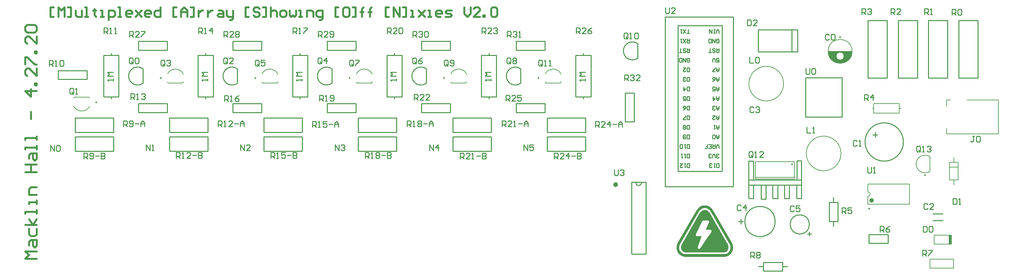
<source format=gto>
G04 Layer_Color=15132400*
%FSLAX25Y25*%
%MOIN*%
G70*
G01*
G75*
%ADD10C,0.01969*%
%ADD47C,0.01000*%
%ADD48C,0.00787*%
%ADD49C,0.02953*%
%ADD50C,0.00984*%
%ADD51C,0.02362*%
%ADD52C,0.00800*%
%ADD53R,0.02622X0.09291*%
G36*
X763402Y754820D02*
X764058Y754711D01*
X764824Y754547D01*
X765589Y754328D01*
X766464Y754055D01*
X767284Y753617D01*
X767394Y753563D01*
X767667Y753399D01*
X768050Y753125D01*
X768542Y752688D01*
X769089Y752196D01*
X769690Y751594D01*
X770237Y750883D01*
X770784Y750063D01*
X790687Y715615D01*
X790742Y715506D01*
X790906Y715232D01*
X791125Y714740D01*
X791344Y714139D01*
X791562Y713428D01*
X791781Y712607D01*
X791945Y711733D01*
X792000Y710803D01*
Y710694D01*
Y710366D01*
X791945Y709873D01*
X791836Y709272D01*
X791672Y708506D01*
X791453Y707741D01*
X791125Y706866D01*
X790687Y705991D01*
X790633Y705882D01*
X790469Y705608D01*
X790141Y705226D01*
X789758Y704679D01*
X789266Y704132D01*
X788664Y703531D01*
X787953Y702929D01*
X787188Y702437D01*
X787079Y702382D01*
X786805Y702218D01*
X786368Y702054D01*
X785766Y701835D01*
X785055Y701562D01*
X784235Y701398D01*
X783360Y701234D01*
X782376Y701179D01*
X742132D01*
X741639Y701234D01*
X740983Y701343D01*
X740218Y701507D01*
X739452Y701726D01*
X738577Y702000D01*
X737757Y702437D01*
X737648Y702492D01*
X737374Y702656D01*
X736992Y702984D01*
X736500Y703367D01*
X735953Y703859D01*
X735351Y704460D01*
X734804Y705171D01*
X734258Y705991D01*
X734203Y706101D01*
X734039Y706374D01*
X733875Y706866D01*
X733656Y707468D01*
X733383Y708178D01*
X733219Y708999D01*
X733055Y709873D01*
X733000Y710803D01*
Y710858D01*
Y710912D01*
Y711240D01*
X733055Y711733D01*
X733164Y712334D01*
X733328Y713100D01*
X733547Y713920D01*
X733820Y714740D01*
X734258Y715615D01*
X754161Y750063D01*
X754216Y750173D01*
X754380Y750446D01*
X754708Y750883D01*
X755091Y751376D01*
X755583Y751922D01*
X756184Y752524D01*
X756895Y753125D01*
X757661Y753617D01*
X757770Y753672D01*
X758043Y753836D01*
X758481Y754000D01*
X759082Y754274D01*
X759793Y754492D01*
X760613Y754656D01*
X761488Y754820D01*
X762472Y754875D01*
X762910D01*
X763402Y754820D01*
D02*
G37*
G36*
X915500Y911500D02*
X913000Y907500D01*
X909000Y904000D01*
X903500Y903000D01*
X898000Y904000D01*
X893500Y908000D01*
X891500Y912000D01*
X891000Y915500D01*
X903000D01*
X900500Y913500D01*
X899000Y911000D01*
X900000Y908500D01*
X902000Y906500D01*
X905500D01*
X907500Y909000D01*
Y912000D01*
X906000Y914000D01*
X903000Y915500D01*
X916000D01*
X915500Y911500D01*
D02*
G37*
%LPC*%
G36*
X762472Y752086D02*
X762144D01*
X761816Y752032D01*
X761324Y751977D01*
X760832Y751868D01*
X760231Y751704D01*
X759629Y751485D01*
X759028Y751212D01*
X758973Y751157D01*
X758754Y751048D01*
X758481Y750829D01*
X758153Y750555D01*
X757770Y750227D01*
X757333Y749790D01*
X756950Y749298D01*
X756567Y748696D01*
X736609Y714193D01*
X736554Y714139D01*
X736445Y713920D01*
X736336Y713592D01*
X736171Y713154D01*
X735953Y712607D01*
X735843Y712061D01*
X735734Y711405D01*
X735679Y710748D01*
Y710694D01*
Y710420D01*
X735734Y710092D01*
X735789Y709655D01*
X735898Y709108D01*
X736062Y708561D01*
X736281Y707905D01*
X736609Y707303D01*
X736664Y707249D01*
X736773Y707030D01*
X736992Y706757D01*
X737320Y706429D01*
X737648Y705991D01*
X738085Y705608D01*
X738577Y705226D01*
X739124Y704843D01*
X739179Y704788D01*
X739398Y704734D01*
X739726Y704569D01*
X740163Y704405D01*
X740655Y704241D01*
X741257Y704132D01*
X741913Y704023D01*
X742569Y703968D01*
X782704D01*
X783032Y704023D01*
X783524Y704077D01*
X784016Y704187D01*
X784618Y704351D01*
X785165Y704569D01*
X785766Y704843D01*
X785821Y704898D01*
X786040Y705007D01*
X786313Y705226D01*
X786696Y705499D01*
X787079Y705827D01*
X787516Y706265D01*
X787899Y706757D01*
X788281Y707303D01*
X788336Y707358D01*
X788446Y707577D01*
X788610Y707905D01*
X788774Y708342D01*
X788938Y708889D01*
X789102Y709436D01*
X789211Y710092D01*
X789266Y710748D01*
Y710858D01*
Y711076D01*
X789211Y711405D01*
X789156Y711842D01*
X789047Y712389D01*
X788883Y712990D01*
X788664Y713592D01*
X788336Y714193D01*
X768378Y748696D01*
X768323Y748751D01*
X768214Y748970D01*
X767995Y749243D01*
X767722Y749626D01*
X767339Y750009D01*
X766902Y750446D01*
X766409Y750829D01*
X765863Y751212D01*
X765808Y751266D01*
X765589Y751376D01*
X765261Y751485D01*
X764878Y751649D01*
X764386Y751813D01*
X763785Y751977D01*
X763129Y752032D01*
X762472Y752086D01*
D02*
G37*
%LPD*%
G36*
X763019Y750009D02*
X763566Y749954D01*
X764004Y749845D01*
X764441Y749735D01*
X764769Y749571D01*
X765042Y749462D01*
X765206Y749407D01*
X765261Y749352D01*
X765699Y749079D01*
X766136Y748751D01*
X766464Y748423D01*
X766792Y748095D01*
X767011Y747767D01*
X767175Y747548D01*
X767284Y747384D01*
X767339Y747329D01*
X776908Y730652D01*
X777674Y729340D01*
X778384Y728082D01*
X779095Y726879D01*
X779751Y725785D01*
X780353Y724692D01*
X780900Y723707D01*
X781447Y722778D01*
X781993Y721903D01*
X782431Y721083D01*
X782868Y720372D01*
X783634Y719005D01*
X784344Y717857D01*
X784891Y716873D01*
X785329Y716107D01*
X785711Y715451D01*
X785985Y714959D01*
X786204Y714576D01*
X786368Y714302D01*
X786477Y714139D01*
X786532Y714084D01*
Y714029D01*
X786805Y713537D01*
X786969Y713045D01*
X787133Y712553D01*
X787188Y712170D01*
X787243Y711787D01*
X787297Y711514D01*
Y711295D01*
Y711240D01*
X787243Y710694D01*
X787188Y710202D01*
X787079Y709709D01*
X786914Y709272D01*
X786750Y708889D01*
X786641Y708616D01*
X786586Y708452D01*
X786532Y708397D01*
X786204Y707960D01*
X785876Y707522D01*
X785547Y707139D01*
X785219Y706866D01*
X784891Y706647D01*
X784673Y706483D01*
X784509Y706374D01*
X784454Y706319D01*
X783962Y706101D01*
X783470Y705936D01*
X783032Y705772D01*
X782595Y705718D01*
X782212Y705663D01*
X781939Y705608D01*
X743280D01*
X742733Y705663D01*
X742186Y705718D01*
X741694Y705827D01*
X741311Y705991D01*
X740929Y706101D01*
X740655Y706210D01*
X740491Y706265D01*
X740437Y706319D01*
X739616Y706975D01*
X739233Y707303D01*
X738960Y707632D01*
X738741Y707960D01*
X738577Y708178D01*
X738468Y708342D01*
X738413Y708397D01*
X738140Y708889D01*
X737976Y709436D01*
X737812Y709873D01*
X737757Y710311D01*
X737703Y710694D01*
X737648Y710967D01*
Y711186D01*
Y711240D01*
X737703Y711787D01*
X737757Y712279D01*
X737866Y712772D01*
X738031Y713209D01*
X738195Y713537D01*
X738304Y713810D01*
X738359Y713974D01*
X738413Y714029D01*
X757606Y747329D01*
X757934Y747821D01*
X758262Y748204D01*
X758645Y748532D01*
X758973Y748860D01*
X759246Y749079D01*
X759465Y749243D01*
X759629Y749298D01*
X759684Y749352D01*
X760176Y749571D01*
X760668Y749790D01*
X761105Y749899D01*
X761543Y749954D01*
X761926Y750009D01*
X762199Y750063D01*
X762472D01*
X763019Y750009D01*
D02*
G37*
%LPC*%
G36*
X765808Y739073D02*
X760996D01*
X760668Y739018D01*
X760449Y738963D01*
X760067Y738690D01*
X759793Y738416D01*
X759738Y738362D01*
Y738307D01*
X753232Y724637D01*
X753122Y724418D01*
Y724145D01*
Y723762D01*
X753232Y723434D01*
X753286Y723379D01*
Y723325D01*
X753450Y723106D01*
X753669Y722942D01*
X754052Y722723D01*
X754380Y722614D01*
X759028D01*
X755255Y711350D01*
X755200Y710967D01*
Y710639D01*
X755255Y710420D01*
Y710311D01*
X755474Y710038D01*
X755692Y709819D01*
X755856Y709709D01*
X755911Y709655D01*
X756130Y709545D01*
X756348Y709491D01*
X756567D01*
X757059Y709600D01*
X757387Y709819D01*
X757606Y710038D01*
X757661Y710147D01*
X763566Y718677D01*
X764496Y719989D01*
X765261Y721192D01*
X765972Y722231D01*
X766628Y723161D01*
X767175Y723926D01*
X767667Y724637D01*
X768050Y725239D01*
X768378Y725731D01*
X768706Y726168D01*
X768925Y726496D01*
X769089Y726715D01*
X769198Y726934D01*
X769308Y727043D01*
X769362Y727152D01*
X769417Y727207D01*
X769526Y727480D01*
X769636Y727699D01*
Y728137D01*
X769526Y728465D01*
X769472Y728519D01*
Y728574D01*
X769308Y728847D01*
X769143Y729011D01*
X768706Y729230D01*
X768378Y729340D01*
X763347D01*
X766956Y737159D01*
X767011Y737432D01*
X767066Y737651D01*
X766956Y738088D01*
X766847Y738362D01*
X766792Y738471D01*
X766628Y738690D01*
X766464Y738799D01*
X766081Y739018D01*
X765808Y739073D01*
D02*
G37*
%LPD*%
D10*
X66000Y699000D02*
X54193D01*
X58128Y702936D01*
X54193Y706872D01*
X66000D01*
X58128Y712775D02*
Y716711D01*
X60096Y718679D01*
X66000D01*
Y712775D01*
X64032Y710807D01*
X62064Y712775D01*
Y718679D01*
X58128Y730486D02*
Y724582D01*
X60096Y722614D01*
X64032D01*
X66000Y724582D01*
Y730486D01*
Y734422D02*
X54193D01*
X62064D02*
X58128Y740325D01*
X62064Y734422D02*
X66000Y740325D01*
Y746229D02*
Y750165D01*
Y748197D01*
X54193D01*
Y746229D01*
X66000Y756068D02*
Y760004D01*
Y758036D01*
X58128D01*
Y756068D01*
X66000Y765907D02*
X58128D01*
Y771811D01*
X60096Y773779D01*
X66000D01*
X54193Y789522D02*
X66000D01*
X60096D01*
Y797393D01*
X54193D01*
X66000D01*
X58128Y803297D02*
Y807233D01*
X60096Y809201D01*
X66000D01*
Y803297D01*
X64032Y801329D01*
X62064Y803297D01*
Y809201D01*
X66000Y813136D02*
Y817072D01*
Y815104D01*
X54193D01*
Y813136D01*
X66000Y822976D02*
Y826911D01*
Y824944D01*
X54193D01*
Y822976D01*
X60096Y844622D02*
Y852494D01*
X66000Y874140D02*
X54193D01*
X60096Y868237D01*
Y876108D01*
X66000Y880044D02*
X64032D01*
Y882012D01*
X66000D01*
Y880044D01*
Y897755D02*
Y889883D01*
X58128Y897755D01*
X56161D01*
X54193Y895787D01*
Y891851D01*
X56161Y889883D01*
X54193Y901690D02*
Y909562D01*
X56161D01*
X64032Y901690D01*
X66000D01*
Y913498D02*
X64032D01*
Y915465D01*
X66000D01*
Y913498D01*
Y931208D02*
Y923337D01*
X58128Y931208D01*
X56161D01*
X54193Y929240D01*
Y925305D01*
X56161Y923337D01*
Y935144D02*
X54193Y937112D01*
Y941048D01*
X56161Y943015D01*
X64032D01*
X66000Y941048D01*
Y937112D01*
X64032Y935144D01*
X56161D01*
X83780Y951500D02*
X80500D01*
Y961339D01*
X83780D01*
X88700Y951500D02*
Y961339D01*
X91979Y958060D01*
X95259Y961339D01*
Y951500D01*
X98539D02*
X101819D01*
Y961339D01*
X98539D01*
X106738Y958060D02*
Y953140D01*
X108378Y951500D01*
X113298D01*
Y958060D01*
X116578Y951500D02*
X119857D01*
X118218D01*
Y961339D01*
X116578D01*
X126417Y959700D02*
Y958060D01*
X124777D01*
X128057D01*
X126417D01*
Y953140D01*
X128057Y951500D01*
X132976D02*
X136256D01*
X134616D01*
Y958060D01*
X132976D01*
X141176Y948220D02*
Y958060D01*
X146096D01*
X147736Y956420D01*
Y953140D01*
X146096Y951500D01*
X141176D01*
X151015D02*
X154295D01*
X152655D01*
Y961339D01*
X151015D01*
X164134Y951500D02*
X160855D01*
X159215Y953140D01*
Y956420D01*
X160855Y958060D01*
X164134D01*
X165774Y956420D01*
Y954780D01*
X159215D01*
X169054Y958060D02*
X175614Y951500D01*
X172334Y954780D01*
X175614Y958060D01*
X169054Y951500D01*
X183813D02*
X180533D01*
X178893Y953140D01*
Y956420D01*
X180533Y958060D01*
X183813D01*
X185453Y956420D01*
Y954780D01*
X178893D01*
X195292Y961339D02*
Y951500D01*
X190373D01*
X188733Y953140D01*
Y956420D01*
X190373Y958060D01*
X195292D01*
X211691Y951500D02*
X208411D01*
Y961339D01*
X211691D01*
X216611Y951500D02*
Y958060D01*
X219891Y961339D01*
X223170Y958060D01*
Y951500D01*
Y956420D01*
X216611D01*
X226450Y951500D02*
X229730D01*
Y961339D01*
X226450D01*
X234650Y958060D02*
Y951500D01*
Y954780D01*
X236290Y956420D01*
X237929Y958060D01*
X239569D01*
X244489D02*
Y951500D01*
Y954780D01*
X246129Y956420D01*
X247769Y958060D01*
X249409D01*
X255968D02*
X259248D01*
X260888Y956420D01*
Y951500D01*
X255968D01*
X254328Y953140D01*
X255968Y954780D01*
X260888D01*
X264168Y958060D02*
Y953140D01*
X265808Y951500D01*
X270727D01*
Y949860D01*
X269087Y948220D01*
X267447D01*
X270727Y951500D02*
Y958060D01*
X287126Y951500D02*
X283846D01*
Y961339D01*
X287126D01*
X298605Y959700D02*
X296966Y961339D01*
X293686D01*
X292046Y959700D01*
Y958060D01*
X293686Y956420D01*
X296966D01*
X298605Y954780D01*
Y953140D01*
X296966Y951500D01*
X293686D01*
X292046Y953140D01*
X301885Y951500D02*
X305165D01*
Y961339D01*
X301885D01*
X310085D02*
Y951500D01*
Y956420D01*
X311724Y958060D01*
X315004D01*
X316644Y956420D01*
Y951500D01*
X321564D02*
X324844D01*
X326483Y953140D01*
Y956420D01*
X324844Y958060D01*
X321564D01*
X319924Y956420D01*
Y953140D01*
X321564Y951500D01*
X329763Y958060D02*
Y953140D01*
X331403Y951500D01*
X333043Y953140D01*
X334683Y951500D01*
X336323Y953140D01*
Y958060D01*
X339603Y951500D02*
X342882D01*
X341243D01*
Y958060D01*
X339603D01*
X347802Y951500D02*
Y958060D01*
X352722D01*
X354362Y956420D01*
Y951500D01*
X360921Y948220D02*
X362561D01*
X364201Y949860D01*
Y958060D01*
X359281D01*
X357641Y956420D01*
Y953140D01*
X359281Y951500D01*
X364201D01*
X380600D02*
X377320D01*
Y961339D01*
X380600D01*
X390439D02*
X387159D01*
X385520Y959700D01*
Y953140D01*
X387159Y951500D01*
X390439D01*
X392079Y953140D01*
Y959700D01*
X390439Y961339D01*
X395359Y951500D02*
X398639D01*
Y961339D01*
X395359D01*
X405198Y951500D02*
Y959700D01*
Y956420D01*
X403558D01*
X406838D01*
X405198D01*
Y959700D01*
X406838Y961339D01*
X413398Y951500D02*
Y959700D01*
Y956420D01*
X411758D01*
X415038D01*
X413398D01*
Y959700D01*
X415038Y961339D01*
X433076Y951500D02*
X429797D01*
Y961339D01*
X433076D01*
X437996Y951500D02*
Y961339D01*
X444556Y951500D01*
Y961339D01*
X447835Y951500D02*
X451115D01*
Y961339D01*
X447835D01*
X456035Y951500D02*
X459315D01*
X457675D01*
Y958060D01*
X456035D01*
X464234D02*
X470794Y951500D01*
X467514Y954780D01*
X470794Y958060D01*
X464234Y951500D01*
X474074D02*
X477353D01*
X475713D01*
Y958060D01*
X474074D01*
X487193Y951500D02*
X483913D01*
X482273Y953140D01*
Y956420D01*
X483913Y958060D01*
X487193D01*
X488833Y956420D01*
Y954780D01*
X482273D01*
X492112Y951500D02*
X497032D01*
X498672Y953140D01*
X497032Y954780D01*
X493752D01*
X492112Y956420D01*
X493752Y958060D01*
X498672D01*
X511791Y961339D02*
Y954780D01*
X515071Y951500D01*
X518351Y954780D01*
Y961339D01*
X528190Y951500D02*
X521630D01*
X528190Y958060D01*
Y959700D01*
X526550Y961339D01*
X523270D01*
X521630Y959700D01*
X531470Y951500D02*
Y953140D01*
X533110D01*
Y951500D01*
X531470D01*
X539669Y959700D02*
X541309Y961339D01*
X544589D01*
X546229Y959700D01*
Y953140D01*
X544589Y951500D01*
X541309D01*
X539669Y953140D01*
Y959700D01*
D47*
X871500Y735000D02*
G03*
X871500Y735000I-10000J0D01*
G01*
X969500Y821000D02*
G03*
X969500Y821000I-20000J0D01*
G01*
X907698Y910579D02*
G03*
X907698Y910579I-4198J0D01*
G01*
X690500Y778500D02*
G03*
X693500Y775500I3000J0D01*
G01*
D02*
G03*
X696500Y779000I-250J3250D01*
G01*
X176804Y897324D02*
G03*
X176885Y882264I-5544J-7560D01*
G01*
X275229Y897324D02*
G03*
X275310Y882264I-5544J-7560D01*
G01*
X373654Y897324D02*
G03*
X373735Y882264I-5544J-7560D01*
G01*
X472080Y897324D02*
G03*
X472160Y882264I-5544J-7560D01*
G01*
X570505Y897324D02*
G03*
X570586Y882264I-5544J-7560D01*
G01*
X692544Y923560D02*
G03*
X692625Y908500I-5544J-7560D01*
G01*
X835748Y738000D02*
G03*
X835748Y738000I-15748J0D01*
G01*
X1047074Y887759D02*
Y947759D01*
X1027074Y887759D02*
X1047074D01*
X1027074Y945259D02*
Y947759D01*
X1047074D01*
X1027074Y887759D02*
Y947259D01*
X1015578Y887759D02*
Y947759D01*
X995578Y887759D02*
X1015578D01*
X995578Y945259D02*
Y947759D01*
X1015578D01*
X995578Y887759D02*
Y947259D01*
X984082Y887759D02*
Y947759D01*
X964082Y887759D02*
X984082D01*
X964082Y945259D02*
Y947759D01*
X984082D01*
X964082Y887759D02*
Y947259D01*
X952586Y887759D02*
Y947759D01*
X932586Y887759D02*
X952586D01*
X932586Y945259D02*
Y947759D01*
X952586D01*
X932586Y887759D02*
Y947259D01*
X565709Y851799D02*
X595709D01*
X565709D02*
Y861025D01*
X595709D01*
Y851799D02*
Y861025D01*
X467283Y851799D02*
X497283D01*
X467283D02*
Y861025D01*
X497283D01*
Y851799D02*
Y861025D01*
X368858Y851799D02*
X398858D01*
X368858D02*
Y861025D01*
X398858D01*
Y851799D02*
Y861025D01*
X270433Y851799D02*
X300433D01*
X270433D02*
Y861025D01*
X300433D01*
Y851799D02*
Y861025D01*
X172008Y851799D02*
X202008D01*
X172008D02*
Y861025D01*
X202008D01*
Y851799D02*
Y861025D01*
X896500Y758000D02*
Y763000D01*
Y733000D02*
Y738000D01*
X901000D02*
Y758000D01*
X892000Y738000D02*
X901000D01*
X892000Y758000D02*
X901000D01*
X892000Y738000D02*
Y758000D01*
X933500Y724500D02*
X953500D01*
Y715500D02*
Y724500D01*
X933500Y715500D02*
Y724500D01*
Y715500D02*
X953500D01*
X598110Y831083D02*
X638110D01*
X598110D02*
Y846083D01*
X638110D01*
Y831083D02*
Y846083D01*
X499685Y831083D02*
X539685D01*
X499685D02*
Y846083D01*
X539685D01*
Y831083D02*
Y846083D01*
X401260Y831083D02*
X441260D01*
X401260D02*
Y846083D01*
X441260D01*
Y831083D02*
Y846083D01*
X302835Y831083D02*
X342835D01*
X302835D02*
Y846083D01*
X342835D01*
Y831083D02*
Y846083D01*
X204409D02*
X244409D01*
Y831083D02*
Y846083D01*
X204409Y831083D02*
X244409D01*
X204409D02*
Y846083D01*
X105984D02*
X145984D01*
Y831083D02*
Y846083D01*
X105984Y831083D02*
X145984D01*
X105984D02*
Y846083D01*
X598110Y811398D02*
X638110D01*
X598110D02*
Y826398D01*
X638110D01*
Y811398D02*
Y826398D01*
X499685Y811398D02*
X539685D01*
X499685D02*
Y826398D01*
X539685D01*
Y811398D02*
Y826398D01*
X401260Y811398D02*
X441260D01*
X401260D02*
Y826398D01*
X441260D01*
Y811398D02*
Y826398D01*
X302835Y811398D02*
X342835D01*
X302835D02*
Y826398D01*
X342835D01*
Y811398D02*
Y826398D01*
X204409D02*
X244409D01*
Y811398D02*
Y826398D01*
X204409Y811398D02*
X244409D01*
X204409D02*
Y826398D01*
X105984D02*
X145984D01*
Y811398D02*
Y826398D01*
X105984Y811398D02*
X145984D01*
X105984D02*
Y826398D01*
X88500Y895500D02*
X118500D01*
Y886275D02*
Y895500D01*
X88500Y886275D02*
X118500D01*
X88500D02*
Y895500D01*
X679500Y842000D02*
Y872000D01*
X688725D01*
Y842000D02*
Y872000D01*
X679500Y842000D02*
X688725D01*
X565709Y916760D02*
X595709D01*
X565709D02*
Y925985D01*
X595709D01*
Y916760D02*
Y925985D01*
X467283Y916760D02*
X497283D01*
X467283D02*
Y925985D01*
X497283D01*
Y916760D02*
Y925985D01*
X368858Y916760D02*
X398858D01*
X368858D02*
Y925985D01*
X398858D01*
Y916760D02*
Y925985D01*
X270433Y916760D02*
X300433D01*
X270433D02*
Y925985D01*
X300433D01*
Y916760D02*
Y925985D01*
X172008Y916760D02*
X202008D01*
X172008D02*
Y925985D01*
X202008D01*
Y916760D02*
Y925985D01*
X940000Y826000D02*
Y831000D01*
X937500Y828500D02*
X942500D01*
X686000Y704000D02*
Y779000D01*
Y704000D02*
X701000D01*
Y779000D01*
X686000D02*
X701000D01*
X780500Y790500D02*
Y792500D01*
X734500Y790500D02*
X780500D01*
X734500D02*
Y942500D01*
X780500D01*
Y792500D02*
Y942500D01*
X721000Y774500D02*
X792000D01*
X721000D02*
Y951500D01*
X792000D01*
Y774500D02*
Y951500D01*
X176885Y882264D02*
Y897264D01*
X275310Y882264D02*
Y897264D01*
X373735Y882264D02*
Y897264D01*
X472160Y882264D02*
Y897264D01*
X570586Y882264D02*
Y897264D01*
X692625Y908500D02*
Y923500D01*
X143701Y866142D02*
Y868110D01*
Y911417D02*
Y913386D01*
X135827Y868110D02*
X151575D01*
Y911417D01*
X135827D02*
X151575D01*
X135827Y868110D02*
Y911417D01*
X242126Y866142D02*
Y868110D01*
Y911417D02*
Y913386D01*
X234252Y868110D02*
X250000D01*
Y911417D01*
X234252D02*
X250000D01*
X234252Y868110D02*
Y911417D01*
X340551Y866142D02*
Y868110D01*
Y911417D02*
Y913386D01*
X332677Y868110D02*
X348425D01*
Y911417D01*
X332677D02*
X348425D01*
X332677Y868110D02*
Y911417D01*
X438976Y866142D02*
Y868110D01*
Y911417D02*
Y913386D01*
X431102Y868110D02*
X446850D01*
Y911417D01*
X431102D02*
X446850D01*
X431102Y868110D02*
Y911417D01*
X537402Y866142D02*
Y868110D01*
Y911417D02*
Y913386D01*
X529528Y868110D02*
X545276D01*
Y911417D01*
X529528D02*
X545276D01*
X529528Y868110D02*
Y911417D01*
X635827Y866142D02*
Y868110D01*
Y911417D02*
Y913386D01*
X627953Y868110D02*
X643701D01*
Y911417D01*
X627953D02*
X643701D01*
X627953Y868110D02*
Y911417D01*
X863000Y773500D02*
Y801500D01*
X858500Y781500D02*
Y801500D01*
X813000Y781500D02*
Y801000D01*
X808000Y773500D02*
Y801500D01*
X808500Y801000D02*
X813000D01*
X858500Y801500D02*
X863000D01*
X808500Y781500D02*
X863000D01*
X808000Y776000D02*
X863000D01*
Y762000D02*
Y773500D01*
X858000Y762000D02*
Y776000D01*
X850500Y762000D02*
Y775000D01*
X845500Y762000D02*
Y776000D01*
X838500Y762000D02*
Y775000D01*
X833000Y762000D02*
Y775500D01*
X826000Y761500D02*
Y776000D01*
X821000Y761500D02*
Y775500D01*
X813000Y762000D02*
Y776000D01*
X808000Y762500D02*
Y773500D01*
X858000Y762000D02*
X863000D01*
X845500D02*
X850500D01*
X833000D02*
X838500D01*
X821000Y761500D02*
X826000D01*
X808500Y762000D02*
X813000D01*
X1000000Y739000D02*
X1010500D01*
X1000000Y746000D02*
X1010500D01*
X823500Y686500D02*
X843500D01*
X823500D02*
Y695500D01*
X843500Y686500D02*
Y695500D01*
X823500D02*
X843500D01*
Y691000D02*
X848500D01*
X818500D02*
X823500D01*
X867500Y888000D02*
X905500D01*
X867500Y847000D02*
Y888000D01*
Y847000D02*
X905500D01*
Y888000D01*
X818000Y915000D02*
X859000D01*
Y938000D01*
X818000D02*
X859000D01*
X818000Y915000D02*
Y938000D01*
X853000Y915000D02*
Y938000D01*
X797500Y738000D02*
X802500D01*
X800000Y735500D02*
Y740500D01*
X605500Y803500D02*
Y809498D01*
X608499D01*
X609499Y808498D01*
Y806499D01*
X608499Y805499D01*
X605500D01*
X607499D02*
X609499Y803500D01*
X615497D02*
X611498D01*
X615497Y807499D01*
Y808498D01*
X614497Y809498D01*
X612498D01*
X611498Y808498D01*
X620495Y803500D02*
Y809498D01*
X617496Y806499D01*
X621495D01*
X623494D02*
X627493D01*
X629492Y809498D02*
Y803500D01*
X632491D01*
X633491Y804500D01*
Y805499D01*
X632491Y806499D01*
X629492D01*
X632491D01*
X633491Y807499D01*
Y808498D01*
X632491Y809498D01*
X629492D01*
X648500Y836500D02*
Y842498D01*
X651499D01*
X652499Y841498D01*
Y839499D01*
X651499Y838499D01*
X648500D01*
X650499D02*
X652499Y836500D01*
X658497D02*
X654498D01*
X658497Y840499D01*
Y841498D01*
X657497Y842498D01*
X655498D01*
X654498Y841498D01*
X663495Y836500D02*
Y842498D01*
X660496Y839499D01*
X664495D01*
X666494D02*
X670493D01*
X672492Y836500D02*
Y840499D01*
X674492Y842498D01*
X676491Y840499D01*
Y836500D01*
Y839499D01*
X672492D01*
X507500Y803500D02*
Y809498D01*
X510499D01*
X511499Y808498D01*
Y806499D01*
X510499Y805499D01*
X507500D01*
X509499D02*
X511499Y803500D01*
X517497D02*
X513498D01*
X517497Y807499D01*
Y808498D01*
X516497Y809498D01*
X514498D01*
X513498Y808498D01*
X519496Y803500D02*
X521495D01*
X520496D01*
Y809498D01*
X519496Y808498D01*
X524495Y806499D02*
X528493D01*
X530493Y809498D02*
Y803500D01*
X533492D01*
X534491Y804500D01*
Y805499D01*
X533492Y806499D01*
X530493D01*
X533492D01*
X534491Y807499D01*
Y808498D01*
X533492Y809498D01*
X530493D01*
X551000Y837000D02*
Y842998D01*
X553999D01*
X554999Y841998D01*
Y839999D01*
X553999Y838999D01*
X551000D01*
X552999D02*
X554999Y837000D01*
X560997D02*
X556998D01*
X560997Y840999D01*
Y841998D01*
X559997Y842998D01*
X557998D01*
X556998Y841998D01*
X562996Y837000D02*
X564995D01*
X563996D01*
Y842998D01*
X562996Y841998D01*
X567994Y839999D02*
X571993D01*
X573993Y837000D02*
Y840999D01*
X575992Y842998D01*
X577991Y840999D01*
Y837000D01*
Y839999D01*
X573993D01*
X408500Y804000D02*
Y809998D01*
X411499D01*
X412499Y808998D01*
Y806999D01*
X411499Y805999D01*
X408500D01*
X410499D02*
X412499Y804000D01*
X414498D02*
X416497D01*
X415498D01*
Y809998D01*
X414498Y808998D01*
X419496D02*
X420496Y809998D01*
X422496D01*
X423495Y808998D01*
Y807999D01*
X422496Y806999D01*
X423495Y805999D01*
Y805000D01*
X422496Y804000D01*
X420496D01*
X419496Y805000D01*
Y805999D01*
X420496Y806999D01*
X419496Y807999D01*
Y808998D01*
X420496Y806999D02*
X422496D01*
X425494D02*
X429493D01*
X431493Y809998D02*
Y804000D01*
X434492D01*
X435491Y805000D01*
Y805999D01*
X434492Y806999D01*
X431493D01*
X434492D01*
X435491Y807999D01*
Y808998D01*
X434492Y809998D01*
X431493D01*
X452000Y837000D02*
Y842998D01*
X454999D01*
X455999Y841998D01*
Y839999D01*
X454999Y838999D01*
X452000D01*
X453999D02*
X455999Y837000D01*
X457998D02*
X459997D01*
X458998D01*
Y842998D01*
X457998Y841998D01*
X462996D02*
X463996Y842998D01*
X465996D01*
X466995Y841998D01*
Y840999D01*
X465996Y839999D01*
X466995Y838999D01*
Y838000D01*
X465996Y837000D01*
X463996D01*
X462996Y838000D01*
Y838999D01*
X463996Y839999D01*
X462996Y840999D01*
Y841998D01*
X463996Y839999D02*
X465996D01*
X468995D02*
X472993D01*
X474993Y837000D02*
Y840999D01*
X476992Y842998D01*
X478991Y840999D01*
Y837000D01*
Y839999D01*
X474993D01*
X310000Y804000D02*
Y809998D01*
X312999D01*
X313999Y808998D01*
Y806999D01*
X312999Y805999D01*
X310000D01*
X311999D02*
X313999Y804000D01*
X315998D02*
X317997D01*
X316998D01*
Y809998D01*
X315998Y808998D01*
X324995Y809998D02*
X320996D01*
Y806999D01*
X322996Y807999D01*
X323995D01*
X324995Y806999D01*
Y805000D01*
X323995Y804000D01*
X321996D01*
X320996Y805000D01*
X326994Y806999D02*
X330993D01*
X332993Y809998D02*
Y804000D01*
X335992D01*
X336991Y805000D01*
Y805999D01*
X335992Y806999D01*
X332993D01*
X335992D01*
X336991Y807999D01*
Y808998D01*
X335992Y809998D01*
X332993D01*
X353500Y836500D02*
Y842498D01*
X356499D01*
X357499Y841498D01*
Y839499D01*
X356499Y838499D01*
X353500D01*
X355499D02*
X357499Y836500D01*
X359498D02*
X361497D01*
X360498D01*
Y842498D01*
X359498Y841498D01*
X368495Y842498D02*
X364496D01*
Y839499D01*
X366496Y840499D01*
X367495D01*
X368495Y839499D01*
Y837500D01*
X367495Y836500D01*
X365496D01*
X364496Y837500D01*
X370495Y839499D02*
X374493D01*
X376493Y836500D02*
Y840499D01*
X378492Y842498D01*
X380491Y840499D01*
Y836500D01*
Y839499D01*
X376493D01*
X211500Y804000D02*
Y809998D01*
X214499D01*
X215499Y808998D01*
Y806999D01*
X214499Y805999D01*
X211500D01*
X213499D02*
X215499Y804000D01*
X217498D02*
X219497D01*
X218498D01*
Y809998D01*
X217498Y808998D01*
X226495Y804000D02*
X222496D01*
X226495Y807999D01*
Y808998D01*
X225496Y809998D01*
X223496D01*
X222496Y808998D01*
X228495Y806999D02*
X232493D01*
X234493Y809998D02*
Y804000D01*
X237492D01*
X238491Y805000D01*
Y805999D01*
X237492Y806999D01*
X234493D01*
X237492D01*
X238491Y807999D01*
Y808998D01*
X237492Y809998D01*
X234493D01*
X255000Y837000D02*
Y842998D01*
X257999D01*
X258999Y841998D01*
Y839999D01*
X257999Y838999D01*
X255000D01*
X256999D02*
X258999Y837000D01*
X260998D02*
X262997D01*
X261998D01*
Y842998D01*
X260998Y841998D01*
X269995Y837000D02*
X265996D01*
X269995Y840999D01*
Y841998D01*
X268995Y842998D01*
X266996D01*
X265996Y841998D01*
X271994Y839999D02*
X275993D01*
X277993Y837000D02*
Y840999D01*
X279992Y842998D01*
X281991Y840999D01*
Y837000D01*
Y839999D01*
X277993D01*
X115000Y803500D02*
Y809498D01*
X117999D01*
X118999Y808498D01*
Y806499D01*
X117999Y805499D01*
X115000D01*
X116999D02*
X118999Y803500D01*
X120998Y804500D02*
X121998Y803500D01*
X123997D01*
X124997Y804500D01*
Y808498D01*
X123997Y809498D01*
X121998D01*
X120998Y808498D01*
Y807499D01*
X121998Y806499D01*
X124997D01*
X126996D02*
X130995D01*
X132994Y809498D02*
Y803500D01*
X135993D01*
X136993Y804500D01*
Y805499D01*
X135993Y806499D01*
X132994D01*
X135993D01*
X136993Y807499D01*
Y808498D01*
X135993Y809498D01*
X132994D01*
X156500Y837000D02*
Y842998D01*
X159499D01*
X160499Y841998D01*
Y839999D01*
X159499Y838999D01*
X156500D01*
X158499D02*
X160499Y837000D01*
X162498Y838000D02*
X163498Y837000D01*
X165497D01*
X166497Y838000D01*
Y841998D01*
X165497Y842998D01*
X163498D01*
X162498Y841998D01*
Y840999D01*
X163498Y839999D01*
X166497D01*
X168496D02*
X172495D01*
X174494Y837000D02*
Y840999D01*
X176494Y842998D01*
X178493Y840999D01*
Y837000D01*
Y839999D01*
X174494D01*
X891999Y932498D02*
X890999Y933498D01*
X889000D01*
X888000Y932498D01*
Y928500D01*
X889000Y927500D01*
X890999D01*
X891999Y928500D01*
X893998Y932498D02*
X894998Y933498D01*
X896997D01*
X897997Y932498D01*
Y928500D01*
X896997Y927500D01*
X894998D01*
X893998Y928500D01*
Y932498D01*
X921293Y821897D02*
X920293Y822897D01*
X918294D01*
X917294Y821897D01*
Y817898D01*
X918294Y816899D01*
X920293D01*
X921293Y817898D01*
X923292Y816899D02*
X925292D01*
X924292D01*
Y822897D01*
X923292Y821897D01*
X813593Y856897D02*
X812593Y857897D01*
X810594D01*
X809594Y856897D01*
Y852898D01*
X810594Y851899D01*
X812593D01*
X813593Y852898D01*
X815592Y856897D02*
X816592Y857897D01*
X818591D01*
X819591Y856897D01*
Y855897D01*
X818591Y854898D01*
X817592D01*
X818591D01*
X819591Y853898D01*
Y852898D01*
X818591Y851899D01*
X816592D01*
X815592Y852898D01*
X799999Y754498D02*
X798999Y755498D01*
X797000D01*
X796000Y754498D01*
Y750500D01*
X797000Y749500D01*
X798999D01*
X799999Y750500D01*
X804997Y749500D02*
Y755498D01*
X801998Y752499D01*
X805997D01*
X855499Y753498D02*
X854499Y754498D01*
X852500D01*
X851500Y753498D01*
Y749500D01*
X852500Y748500D01*
X854499D01*
X855499Y749500D01*
X861497Y754498D02*
X857498D01*
Y751499D01*
X859497Y752499D01*
X860497D01*
X861497Y751499D01*
Y749500D01*
X860497Y748500D01*
X858498D01*
X857498Y749500D01*
X994788Y755796D02*
X993789Y756796D01*
X991789D01*
X990790Y755796D01*
Y751798D01*
X991789Y750798D01*
X993789D01*
X994788Y751798D01*
X1000786Y750798D02*
X996788D01*
X1000786Y754797D01*
Y755796D01*
X999787Y756796D01*
X997787D01*
X996788Y755796D01*
X990090Y733096D02*
Y727098D01*
X993089D01*
X994088Y728098D01*
Y732096D01*
X993089Y733096D01*
X990090D01*
X996088Y732096D02*
X997087Y733096D01*
X999087D01*
X1000086Y732096D01*
Y728098D01*
X999087Y727098D01*
X997087D01*
X996088Y728098D01*
Y732096D01*
X1021000Y761998D02*
Y756000D01*
X1023999D01*
X1024999Y757000D01*
Y760998D01*
X1023999Y761998D01*
X1021000D01*
X1026998Y756000D02*
X1028997D01*
X1027998D01*
Y761998D01*
X1026998Y760998D01*
X1043499Y826998D02*
X1041499D01*
X1042499D01*
Y822000D01*
X1041499Y821000D01*
X1040500D01*
X1039500Y822000D01*
X1045498Y825998D02*
X1046498Y826998D01*
X1048497D01*
X1049497Y825998D01*
Y822000D01*
X1048497Y821000D01*
X1046498D01*
X1045498Y822000D01*
Y825998D01*
X809000Y909298D02*
Y903300D01*
X812999D01*
X814998Y908298D02*
X815998Y909298D01*
X817997D01*
X818997Y908298D01*
Y904300D01*
X817997Y903300D01*
X815998D01*
X814998Y904300D01*
Y908298D01*
X868800Y836498D02*
Y830500D01*
X872799D01*
X874798D02*
X876797D01*
X875798D01*
Y836498D01*
X874798Y835498D01*
X80500Y811500D02*
Y817498D01*
X84499Y811500D01*
Y817498D01*
X86498Y816498D02*
X87498Y817498D01*
X89497D01*
X90497Y816498D01*
Y812500D01*
X89497Y811500D01*
X87498D01*
X86498Y812500D01*
Y816498D01*
X180100Y812000D02*
Y817998D01*
X184099Y812000D01*
Y817998D01*
X186098Y812000D02*
X188097D01*
X187098D01*
Y817998D01*
X186098Y816998D01*
X278600Y812000D02*
Y817998D01*
X282599Y812000D01*
Y817998D01*
X288597Y812000D02*
X284598D01*
X288597Y815999D01*
Y816998D01*
X287597Y817998D01*
X285598D01*
X284598Y816998D01*
X377000Y812000D02*
Y817998D01*
X380999Y812000D01*
Y817998D01*
X382998Y816998D02*
X383998Y817998D01*
X385997D01*
X386997Y816998D01*
Y815999D01*
X385997Y814999D01*
X384997D01*
X385997D01*
X386997Y813999D01*
Y813000D01*
X385997Y812000D01*
X383998D01*
X382998Y813000D01*
X475400Y812000D02*
Y817998D01*
X479399Y812000D01*
Y817998D01*
X484397Y812000D02*
Y817998D01*
X481398Y814999D01*
X485397D01*
X573800Y812000D02*
Y817998D01*
X577799Y812000D01*
Y817998D01*
X583797D02*
X579798D01*
Y814999D01*
X581797Y815999D01*
X582797D01*
X583797Y814999D01*
Y813000D01*
X582797Y812000D01*
X580798D01*
X579798Y813000D01*
X166399Y903600D02*
Y907598D01*
X165399Y908598D01*
X163400D01*
X162400Y907598D01*
Y903600D01*
X163400Y902600D01*
X165399D01*
X164399Y904599D02*
X166399Y902600D01*
X165399D02*
X166399Y903600D01*
X168398Y907598D02*
X169398Y908598D01*
X171397D01*
X172397Y907598D01*
Y903600D01*
X171397Y902600D01*
X169398D01*
X168398Y903600D01*
Y907598D01*
X104499Y872200D02*
Y876198D01*
X103499Y877198D01*
X101500D01*
X100500Y876198D01*
Y872200D01*
X101500Y871200D01*
X103499D01*
X102499Y873199D02*
X104499Y871200D01*
X103499D02*
X104499Y872200D01*
X106498Y871200D02*
X108497D01*
X107498D01*
Y877198D01*
X106498Y876198D01*
X264799Y903600D02*
Y907598D01*
X263799Y908598D01*
X261800D01*
X260800Y907598D01*
Y903600D01*
X261800Y902600D01*
X263799D01*
X262799Y904599D02*
X264799Y902600D01*
X263799D02*
X264799Y903600D01*
X270797Y902600D02*
X266798D01*
X270797Y906599D01*
Y907598D01*
X269797Y908598D01*
X267798D01*
X266798Y907598D01*
X199499Y901500D02*
Y905498D01*
X198499Y906498D01*
X196500D01*
X195500Y905498D01*
Y901500D01*
X196500Y900500D01*
X198499D01*
X197499Y902499D02*
X199499Y900500D01*
X198499D02*
X199499Y901500D01*
X201498Y905498D02*
X202498Y906498D01*
X204497D01*
X205497Y905498D01*
Y904499D01*
X204497Y903499D01*
X203497D01*
X204497D01*
X205497Y902499D01*
Y901500D01*
X204497Y900500D01*
X202498D01*
X201498Y901500D01*
X363199Y903600D02*
Y907598D01*
X362199Y908598D01*
X360200D01*
X359200Y907598D01*
Y903600D01*
X360200Y902600D01*
X362199D01*
X361199Y904599D02*
X363199Y902600D01*
X362199D02*
X363199Y903600D01*
X368197Y902600D02*
Y908598D01*
X365198Y905599D01*
X369197D01*
X297899Y901500D02*
Y905498D01*
X296899Y906498D01*
X294900D01*
X293900Y905498D01*
Y901500D01*
X294900Y900500D01*
X296899D01*
X295899Y902499D02*
X297899Y900500D01*
X296899D02*
X297899Y901500D01*
X303897Y906498D02*
X299898D01*
Y903499D01*
X301897Y904499D01*
X302897D01*
X303897Y903499D01*
Y901500D01*
X302897Y900500D01*
X300898D01*
X299898Y901500D01*
X461699Y903600D02*
Y907598D01*
X460699Y908598D01*
X458700D01*
X457700Y907598D01*
Y903600D01*
X458700Y902600D01*
X460699D01*
X459699Y904599D02*
X461699Y902600D01*
X460699D02*
X461699Y903600D01*
X467697Y908598D02*
X465697Y907598D01*
X463698Y905599D01*
Y903600D01*
X464698Y902600D01*
X466697D01*
X467697Y903600D01*
Y904599D01*
X466697Y905599D01*
X463698D01*
X396299Y901500D02*
Y905498D01*
X395299Y906498D01*
X393300D01*
X392300Y905498D01*
Y901500D01*
X393300Y900500D01*
X395299D01*
X394299Y902499D02*
X396299Y900500D01*
X395299D02*
X396299Y901500D01*
X398298Y906498D02*
X402297D01*
Y905498D01*
X398298Y901500D01*
Y900500D01*
X560099Y903600D02*
Y907598D01*
X559099Y908598D01*
X557100D01*
X556100Y907598D01*
Y903600D01*
X557100Y902600D01*
X559099D01*
X558099Y904599D02*
X560099Y902600D01*
X559099D02*
X560099Y903600D01*
X562098Y907598D02*
X563098Y908598D01*
X565097D01*
X566097Y907598D01*
Y906599D01*
X565097Y905599D01*
X566097Y904599D01*
Y903600D01*
X565097Y902600D01*
X563098D01*
X562098Y903600D01*
Y904599D01*
X563098Y905599D01*
X562098Y906599D01*
Y907598D01*
X563098Y905599D02*
X565097D01*
X494799Y901500D02*
Y905498D01*
X493799Y906498D01*
X491800D01*
X490800Y905498D01*
Y901500D01*
X491800Y900500D01*
X493799D01*
X492799Y902499D02*
X494799Y900500D01*
X493799D02*
X494799Y901500D01*
X496798D02*
X497798Y900500D01*
X499797D01*
X500797Y901500D01*
Y905498D01*
X499797Y906498D01*
X497798D01*
X496798Y905498D01*
Y904499D01*
X497798Y903499D01*
X500797D01*
X682118Y929850D02*
Y933849D01*
X681118Y934848D01*
X679119D01*
X678119Y933849D01*
Y929850D01*
X679119Y928850D01*
X681118D01*
X680118Y930850D02*
X682118Y928850D01*
X681118D02*
X682118Y929850D01*
X684117Y928850D02*
X686116D01*
X685117D01*
Y934848D01*
X684117Y933849D01*
X689115D02*
X690115Y934848D01*
X692114D01*
X693114Y933849D01*
Y929850D01*
X692114Y928850D01*
X690115D01*
X689115Y929850D01*
Y933849D01*
X593199Y901500D02*
Y905498D01*
X592199Y906498D01*
X590200D01*
X589200Y905498D01*
Y901500D01*
X590200Y900500D01*
X592199D01*
X591199Y902499D02*
X593199Y900500D01*
X592199D02*
X593199Y901500D01*
X595198Y900500D02*
X597197D01*
X596198D01*
Y906498D01*
X595198Y905498D01*
X600196Y900500D02*
X602196D01*
X601196D01*
Y906498D01*
X600196Y905498D01*
X812499Y806000D02*
Y809998D01*
X811499Y810998D01*
X809500D01*
X808500Y809998D01*
Y806000D01*
X809500Y805000D01*
X811499D01*
X810499Y806999D02*
X812499Y805000D01*
X811499D02*
X812499Y806000D01*
X814498Y805000D02*
X816497D01*
X815498D01*
Y810998D01*
X814498Y809998D01*
X823495Y805000D02*
X819496D01*
X823495Y808999D01*
Y809998D01*
X822495Y810998D01*
X820496D01*
X819496Y809998D01*
X987293Y811698D02*
Y815697D01*
X986293Y816697D01*
X984294D01*
X983294Y815697D01*
Y811698D01*
X984294Y810699D01*
X986293D01*
X985294Y812698D02*
X987293Y810699D01*
X986293D02*
X987293Y811698D01*
X989292Y810699D02*
X991292D01*
X990292D01*
Y816697D01*
X989292Y815697D01*
X994291D02*
X995290Y816697D01*
X997290D01*
X998289Y815697D01*
Y814697D01*
X997290Y813698D01*
X996290D01*
X997290D01*
X998289Y812698D01*
Y811698D01*
X997290Y810699D01*
X995290D01*
X994291Y811698D01*
X1020000Y953500D02*
Y959498D01*
X1022999D01*
X1023999Y958498D01*
Y956499D01*
X1022999Y955499D01*
X1020000D01*
X1021999D02*
X1023999Y953500D01*
X1025998Y958498D02*
X1026998Y959498D01*
X1028997D01*
X1029997Y958498D01*
Y954500D01*
X1028997Y953500D01*
X1026998D01*
X1025998Y954500D01*
Y958498D01*
X991500Y954000D02*
Y959998D01*
X994499D01*
X995499Y958998D01*
Y956999D01*
X994499Y955999D01*
X991500D01*
X993499D02*
X995499Y954000D01*
X997498D02*
X999497D01*
X998498D01*
Y959998D01*
X997498Y958998D01*
X956500Y954000D02*
Y959998D01*
X959499D01*
X960499Y958998D01*
Y956999D01*
X959499Y955999D01*
X956500D01*
X958499D02*
X960499Y954000D01*
X966497D02*
X962498D01*
X966497Y957999D01*
Y958998D01*
X965497Y959998D01*
X963498D01*
X962498Y958998D01*
X926000Y954000D02*
Y959998D01*
X928999D01*
X929999Y958998D01*
Y956999D01*
X928999Y955999D01*
X926000D01*
X927999D02*
X929999Y954000D01*
X931998Y958998D02*
X932998Y959998D01*
X934997D01*
X935997Y958998D01*
Y957999D01*
X934997Y956999D01*
X933997D01*
X934997D01*
X935997Y955999D01*
Y955000D01*
X934997Y954000D01*
X932998D01*
X931998Y955000D01*
X928700Y864400D02*
Y870398D01*
X931699D01*
X932699Y869398D01*
Y867399D01*
X931699Y866399D01*
X928700D01*
X930699D02*
X932699Y864400D01*
X937697D02*
Y870398D01*
X934698Y867399D01*
X938697D01*
X905500Y746500D02*
Y752498D01*
X908499D01*
X909499Y751498D01*
Y749499D01*
X908499Y748499D01*
X905500D01*
X907499D02*
X909499Y746500D01*
X915497Y752498D02*
X911498D01*
Y749499D01*
X913497Y750499D01*
X914497D01*
X915497Y749499D01*
Y747500D01*
X914497Y746500D01*
X912498D01*
X911498Y747500D01*
X945000Y727000D02*
Y732998D01*
X947999D01*
X948999Y731998D01*
Y729999D01*
X947999Y728999D01*
X945000D01*
X946999D02*
X948999Y727000D01*
X954997Y732998D02*
X952997Y731998D01*
X950998Y729999D01*
Y728000D01*
X951998Y727000D01*
X953997D01*
X954997Y728000D01*
Y728999D01*
X953997Y729999D01*
X950998D01*
X989590Y702198D02*
Y708196D01*
X992589D01*
X993588Y707197D01*
Y705197D01*
X992589Y704198D01*
X989590D01*
X991589D02*
X993588Y702198D01*
X995588Y708196D02*
X999586D01*
Y707197D01*
X995588Y703198D01*
Y702198D01*
X809994Y699999D02*
Y705997D01*
X812993D01*
X813993Y704997D01*
Y702998D01*
X812993Y701998D01*
X809994D01*
X811994D02*
X813993Y699999D01*
X815992Y704997D02*
X816992Y705997D01*
X818991D01*
X819991Y704997D01*
Y703997D01*
X818991Y702998D01*
X819991Y701998D01*
Y700998D01*
X818991Y699999D01*
X816992D01*
X815992Y700998D01*
Y701998D01*
X816992Y702998D01*
X815992Y703997D01*
Y704997D01*
X816992Y702998D02*
X818991D01*
X79200Y900200D02*
Y906198D01*
X82199D01*
X83199Y905198D01*
Y903199D01*
X82199Y902199D01*
X79200D01*
X81199D02*
X83199Y900200D01*
X85198D02*
X87197D01*
X86198D01*
Y906198D01*
X85198Y905198D01*
X90196D02*
X91196Y906198D01*
X93195D01*
X94195Y905198D01*
Y901200D01*
X93195Y900200D01*
X91196D01*
X90196Y901200D01*
Y905198D01*
X136300Y934100D02*
Y940098D01*
X139299D01*
X140299Y939098D01*
Y937099D01*
X139299Y936099D01*
X136300D01*
X138299D02*
X140299Y934100D01*
X142298D02*
X144297D01*
X143298D01*
Y940098D01*
X142298Y939098D01*
X147296Y934100D02*
X149296D01*
X148296D01*
Y940098D01*
X147296Y939098D01*
X164008Y865299D02*
Y871297D01*
X167007D01*
X168007Y870298D01*
Y868298D01*
X167007Y867299D01*
X164008D01*
X166007D02*
X168007Y865299D01*
X170006D02*
X172005D01*
X171006D01*
Y871297D01*
X170006Y870298D01*
X175004D02*
X176004Y871297D01*
X178003D01*
X179003Y870298D01*
Y869298D01*
X178003Y868298D01*
X177004D01*
X178003D01*
X179003Y867299D01*
Y866299D01*
X178003Y865299D01*
X176004D01*
X175004Y866299D01*
X234800Y934100D02*
Y940098D01*
X237799D01*
X238799Y939098D01*
Y937099D01*
X237799Y936099D01*
X234800D01*
X236799D02*
X238799Y934100D01*
X240798D02*
X242797D01*
X241798D01*
Y940098D01*
X240798Y939098D01*
X248796Y934100D02*
Y940098D01*
X245796Y937099D01*
X249795D01*
X261933Y863299D02*
Y869297D01*
X264932D01*
X265932Y868298D01*
Y866298D01*
X264932Y865299D01*
X261933D01*
X263932D02*
X265932Y863299D01*
X267931D02*
X269931D01*
X268931D01*
Y869297D01*
X267931Y868298D01*
X276928Y869297D02*
X274929Y868298D01*
X272930Y866298D01*
Y864299D01*
X273929Y863299D01*
X275928D01*
X276928Y864299D01*
Y865299D01*
X275928Y866298D01*
X272930D01*
X333200Y934100D02*
Y940098D01*
X336199D01*
X337199Y939098D01*
Y937099D01*
X336199Y936099D01*
X333200D01*
X335199D02*
X337199Y934100D01*
X339198D02*
X341197D01*
X340198D01*
Y940098D01*
X339198Y939098D01*
X344196Y940098D02*
X348195D01*
Y939098D01*
X344196Y935100D01*
Y934100D01*
X360858Y863799D02*
Y869797D01*
X363857D01*
X364857Y868798D01*
Y866798D01*
X363857Y865799D01*
X360858D01*
X362858D02*
X364857Y863799D01*
X366856D02*
X368856D01*
X367856D01*
Y869797D01*
X366856Y868798D01*
X371855Y864799D02*
X372854Y863799D01*
X374854D01*
X375853Y864799D01*
Y868798D01*
X374854Y869797D01*
X372854D01*
X371855Y868798D01*
Y867798D01*
X372854Y866798D01*
X375853D01*
X431600Y934100D02*
Y940098D01*
X434599D01*
X435599Y939098D01*
Y937099D01*
X434599Y936099D01*
X431600D01*
X433599D02*
X435599Y934100D01*
X441597D02*
X437598D01*
X441597Y938099D01*
Y939098D01*
X440597Y940098D01*
X438598D01*
X437598Y939098D01*
X443596D02*
X444596Y940098D01*
X446595D01*
X447595Y939098D01*
Y935100D01*
X446595Y934100D01*
X444596D01*
X443596Y935100D01*
Y939098D01*
X459571Y864831D02*
Y870829D01*
X462570D01*
X463570Y869829D01*
Y867830D01*
X462570Y866830D01*
X459571D01*
X461570D02*
X463570Y864831D01*
X469568D02*
X465569D01*
X469568Y868829D01*
Y869829D01*
X468568Y870829D01*
X466569D01*
X465569Y869829D01*
X475566Y864831D02*
X471567D01*
X475566Y868829D01*
Y869829D01*
X474566Y870829D01*
X472567D01*
X471567Y869829D01*
X530000Y934100D02*
Y940098D01*
X532999D01*
X533999Y939098D01*
Y937099D01*
X532999Y936099D01*
X530000D01*
X531999D02*
X533999Y934100D01*
X539997D02*
X535998D01*
X539997Y938099D01*
Y939098D01*
X538997Y940098D01*
X536998D01*
X535998Y939098D01*
X541996D02*
X542996Y940098D01*
X544995D01*
X545995Y939098D01*
Y938099D01*
X544995Y937099D01*
X543996D01*
X544995D01*
X545995Y936099D01*
Y935100D01*
X544995Y934100D01*
X542996D01*
X541996Y935100D01*
X555142Y863831D02*
Y869829D01*
X558141D01*
X559140Y868829D01*
Y866830D01*
X558141Y865830D01*
X555142D01*
X557141D02*
X559140Y863831D01*
X565138D02*
X561140D01*
X565138Y867829D01*
Y868829D01*
X564139Y869829D01*
X562140D01*
X561140Y868829D01*
X571137Y869829D02*
X567138D01*
Y866830D01*
X569137Y867829D01*
X570137D01*
X571137Y866830D01*
Y864830D01*
X570137Y863831D01*
X568138D01*
X567138Y864830D01*
X628500Y934100D02*
Y940098D01*
X631499D01*
X632499Y939098D01*
Y937099D01*
X631499Y936099D01*
X628500D01*
X630499D02*
X632499Y934100D01*
X638497D02*
X634498D01*
X638497Y938099D01*
Y939098D01*
X637497Y940098D01*
X635498D01*
X634498Y939098D01*
X644495Y940098D02*
X642495Y939098D01*
X640496Y937099D01*
Y935100D01*
X641496Y934100D01*
X643495D01*
X644495Y935100D01*
Y936099D01*
X643495Y937099D01*
X640496D01*
X162800Y930500D02*
Y936498D01*
X165799D01*
X166799Y935498D01*
Y933499D01*
X165799Y932499D01*
X162800D01*
X164799D02*
X166799Y930500D01*
X172797D02*
X168798D01*
X172797Y934499D01*
Y935498D01*
X171797Y936498D01*
X169798D01*
X168798Y935498D01*
X174796Y936498D02*
X178795D01*
Y935498D01*
X174796Y931500D01*
Y930500D01*
X261200D02*
Y936498D01*
X264199D01*
X265199Y935498D01*
Y933499D01*
X264199Y932499D01*
X261200D01*
X263199D02*
X265199Y930500D01*
X271197D02*
X267198D01*
X271197Y934499D01*
Y935498D01*
X270197Y936498D01*
X268198D01*
X267198Y935498D01*
X273196D02*
X274196Y936498D01*
X276195D01*
X277195Y935498D01*
Y934499D01*
X276195Y933499D01*
X277195Y932499D01*
Y931500D01*
X276195Y930500D01*
X274196D01*
X273196Y931500D01*
Y932499D01*
X274196Y933499D01*
X273196Y934499D01*
Y935498D01*
X274196Y933499D02*
X276195D01*
X359600Y930500D02*
Y936498D01*
X362599D01*
X363599Y935498D01*
Y933499D01*
X362599Y932499D01*
X359600D01*
X361599D02*
X363599Y930500D01*
X369597D02*
X365598D01*
X369597Y934499D01*
Y935498D01*
X368597Y936498D01*
X366598D01*
X365598Y935498D01*
X371596Y931500D02*
X372596Y930500D01*
X374595D01*
X375595Y931500D01*
Y935498D01*
X374595Y936498D01*
X372596D01*
X371596Y935498D01*
Y934499D01*
X372596Y933499D01*
X375595D01*
X458000Y930500D02*
Y936498D01*
X460999D01*
X461999Y935498D01*
Y933499D01*
X460999Y932499D01*
X458000D01*
X459999D02*
X461999Y930500D01*
X463998Y935498D02*
X464998Y936498D01*
X466997D01*
X467997Y935498D01*
Y934499D01*
X466997Y933499D01*
X465997D01*
X466997D01*
X467997Y932499D01*
Y931500D01*
X466997Y930500D01*
X464998D01*
X463998Y931500D01*
X469996Y935498D02*
X470996Y936498D01*
X472995D01*
X473995Y935498D01*
Y931500D01*
X472995Y930500D01*
X470996D01*
X469996Y931500D01*
Y935498D01*
X556500Y930500D02*
Y936498D01*
X559499D01*
X560499Y935498D01*
Y933499D01*
X559499Y932499D01*
X556500D01*
X558499D02*
X560499Y930500D01*
X562498Y935498D02*
X563498Y936498D01*
X565497D01*
X566497Y935498D01*
Y934499D01*
X565497Y933499D01*
X564497D01*
X565497D01*
X566497Y932499D01*
Y931500D01*
X565497Y930500D01*
X563498D01*
X562498Y931500D01*
X568496Y930500D02*
X570496D01*
X569496D01*
Y936498D01*
X568496Y935498D01*
X678800Y885200D02*
Y891198D01*
X681799D01*
X682799Y890198D01*
Y888199D01*
X681799Y887199D01*
X678800D01*
X680799D02*
X682799Y885200D01*
X684798Y890198D02*
X685798Y891198D01*
X687797D01*
X688797Y890198D01*
Y889199D01*
X687797Y888199D01*
X686797D01*
X687797D01*
X688797Y887199D01*
Y886200D01*
X687797Y885200D01*
X685798D01*
X684798Y886200D01*
X694795Y885200D02*
X690796D01*
X694795Y889199D01*
Y890198D01*
X693795Y891198D01*
X691796D01*
X690796Y890198D01*
X867794Y897797D02*
Y892798D01*
X868794Y891799D01*
X870793D01*
X871793Y892798D01*
Y897797D01*
X873792Y896797D02*
X874792Y897797D01*
X876791D01*
X877791Y896797D01*
Y892798D01*
X876791Y891799D01*
X874792D01*
X873792Y892798D01*
Y896797D01*
X932294Y794697D02*
Y789698D01*
X933294Y788699D01*
X935293D01*
X936293Y789698D01*
Y794697D01*
X938292Y788699D02*
X940292D01*
X939292D01*
Y794697D01*
X938292Y793697D01*
X721500Y960998D02*
Y956000D01*
X722500Y955000D01*
X724499D01*
X725499Y956000D01*
Y960998D01*
X731497Y955000D02*
X727498D01*
X731497Y958999D01*
Y959998D01*
X730497Y960998D01*
X728498D01*
X727498Y959998D01*
X668000Y791998D02*
Y787000D01*
X669000Y786000D01*
X670999D01*
X671999Y787000D01*
Y791998D01*
X673998Y790998D02*
X674998Y791998D01*
X676997D01*
X677997Y790998D01*
Y789999D01*
X676997Y788999D01*
X675997D01*
X676997D01*
X677997Y787999D01*
Y787000D01*
X676997Y786000D01*
X674998D01*
X673998Y787000D01*
X806794Y948297D02*
Y942299D01*
X809793D01*
X810793Y943298D01*
Y947297D01*
X809793Y948297D01*
X806794D01*
X816791Y942299D02*
X812792D01*
X816791Y946297D01*
Y947297D01*
X815791Y948297D01*
X813792D01*
X812792Y947297D01*
X869500Y724999D02*
X873499D01*
X871499Y726998D02*
Y723000D01*
X746500Y794501D02*
Y798500D01*
X744501D01*
X743834Y797834D01*
Y795168D01*
X744501Y794501D01*
X746500D01*
X742501Y798500D02*
X741168D01*
X741835D01*
Y794501D01*
X742501Y795168D01*
X736503Y798500D02*
X739169D01*
X736503Y795834D01*
Y795168D01*
X737170Y794501D01*
X738503D01*
X739169Y795168D01*
X746500Y804501D02*
Y808500D01*
X744501D01*
X743834Y807834D01*
Y805168D01*
X744501Y804501D01*
X746500D01*
X742501Y808500D02*
X741168D01*
X741835D01*
Y804501D01*
X742501Y805168D01*
X739169Y808500D02*
X737836D01*
X738503D01*
Y804501D01*
X739169Y805168D01*
X746500Y814501D02*
Y818500D01*
X744501D01*
X743834Y817834D01*
Y815168D01*
X744501Y814501D01*
X746500D01*
X742501Y818500D02*
X741168D01*
X741835D01*
Y814501D01*
X742501Y815168D01*
X739169D02*
X738503Y814501D01*
X737170D01*
X736503Y815168D01*
Y817834D01*
X737170Y818500D01*
X738503D01*
X739169Y817834D01*
Y815168D01*
X746500Y844501D02*
Y848500D01*
X744501D01*
X743834Y847834D01*
Y845168D01*
X744501Y844501D01*
X746500D01*
X742501D02*
X739836D01*
Y845168D01*
X742501Y847834D01*
Y848500D01*
X746500Y834501D02*
Y838500D01*
X744501D01*
X743834Y837833D01*
Y835168D01*
X744501Y834501D01*
X746500D01*
X742501Y835168D02*
X741835Y834501D01*
X740502D01*
X739836Y835168D01*
Y835834D01*
X740502Y836501D01*
X739836Y837167D01*
Y837833D01*
X740502Y838500D01*
X741835D01*
X742501Y837833D01*
Y837167D01*
X741835Y836501D01*
X742501Y835834D01*
Y835168D01*
X741835Y836501D02*
X740502D01*
X746500Y824501D02*
Y828500D01*
X744501D01*
X743834Y827833D01*
Y825168D01*
X744501Y824501D01*
X746500D01*
X742501Y827833D02*
X741835Y828500D01*
X740502D01*
X739836Y827833D01*
Y825168D01*
X740502Y824501D01*
X741835D01*
X742501Y825168D01*
Y825834D01*
X741835Y826501D01*
X739836D01*
X746500Y874501D02*
Y878500D01*
X744501D01*
X743834Y877833D01*
Y875168D01*
X744501Y874501D01*
X746500D01*
X740502Y878500D02*
Y874501D01*
X742501Y876501D01*
X739836D01*
X746500Y864501D02*
Y868500D01*
X744501D01*
X743834Y867834D01*
Y865168D01*
X744501Y864501D01*
X746500D01*
X739836D02*
X742501D01*
Y866501D01*
X741168Y865834D01*
X740502D01*
X739836Y866501D01*
Y867834D01*
X740502Y868500D01*
X741835D01*
X742501Y867834D01*
X746500Y854501D02*
Y858500D01*
X744501D01*
X743834Y857833D01*
Y855168D01*
X744501Y854501D01*
X746500D01*
X739836D02*
X741168Y855168D01*
X742501Y856501D01*
Y857833D01*
X741835Y858500D01*
X740502D01*
X739836Y857833D01*
Y857167D01*
X740502Y856501D01*
X742501D01*
X743834Y905168D02*
X744501Y904501D01*
X745834D01*
X746500Y905168D01*
Y907833D01*
X745834Y908500D01*
X744501D01*
X743834Y907833D01*
Y906501D01*
X745167D01*
X742501Y908500D02*
Y904501D01*
X739836Y908500D01*
Y904501D01*
X738503D02*
Y908500D01*
X736503D01*
X735837Y907833D01*
Y905168D01*
X736503Y904501D01*
X738503D01*
X746500Y894501D02*
Y898500D01*
X744501D01*
X743834Y897834D01*
Y895168D01*
X744501Y894501D01*
X746500D01*
X739836Y898500D02*
X742501D01*
X739836Y895834D01*
Y895168D01*
X740502Y894501D01*
X741835D01*
X742501Y895168D01*
X746500Y884501D02*
Y888500D01*
X744501D01*
X743834Y887833D01*
Y885168D01*
X744501Y884501D01*
X746500D01*
X742501Y885168D02*
X741835Y884501D01*
X740502D01*
X739836Y885168D01*
Y885834D01*
X740502Y886501D01*
X741168D01*
X740502D01*
X739836Y887167D01*
Y887833D01*
X740502Y888500D01*
X741835D01*
X742501Y887833D01*
X746500Y934501D02*
X743834D01*
X745167D01*
Y938500D01*
X742501Y934501D02*
X739836Y938500D01*
Y934501D02*
X742501Y938500D01*
X738503D02*
X737170D01*
X737836D01*
Y934501D01*
X738503Y935168D01*
X746500Y928500D02*
Y924501D01*
X744501D01*
X743834Y925168D01*
Y926501D01*
X744501Y927167D01*
X746500D01*
X745167D02*
X743834Y928500D01*
X742501Y924501D02*
X739836Y928500D01*
Y924501D02*
X742501Y928500D01*
X738503D02*
X737170D01*
X737836D01*
Y924501D01*
X738503Y925168D01*
X746500Y918500D02*
Y914501D01*
X744501D01*
X743834Y915168D01*
Y916501D01*
X744501Y917167D01*
X746500D01*
X745167D02*
X743834Y918500D01*
X739836Y915168D02*
X740502Y914501D01*
X741835D01*
X742501Y915168D01*
Y915834D01*
X741835Y916501D01*
X740502D01*
X739836Y917167D01*
Y917834D01*
X740502Y918500D01*
X741835D01*
X742501Y917834D01*
X738503Y914501D02*
X735837D01*
X737170D01*
Y918500D01*
X777000D02*
Y914501D01*
X775001D01*
X774334Y915168D01*
Y916501D01*
X775001Y917167D01*
X777000D01*
X775667D02*
X774334Y918500D01*
X770335Y915168D02*
X771002Y914501D01*
X772335D01*
X773001Y915168D01*
Y915834D01*
X772335Y916501D01*
X771002D01*
X770335Y917167D01*
Y917834D01*
X771002Y918500D01*
X772335D01*
X773001Y917834D01*
X769003Y914501D02*
X766337D01*
X767670D01*
Y918500D01*
X774334Y925168D02*
X775001Y924501D01*
X776334D01*
X777000Y925168D01*
Y927833D01*
X776334Y928500D01*
X775001D01*
X774334Y927833D01*
Y926501D01*
X775667D01*
X773001Y928500D02*
Y924501D01*
X770335Y928500D01*
Y924501D01*
X769003D02*
Y928500D01*
X767003D01*
X766337Y927833D01*
Y925168D01*
X767003Y924501D01*
X769003D01*
X777000Y934501D02*
Y937167D01*
X775667Y938500D01*
X774334Y937167D01*
Y934501D01*
X773001D02*
X771668D01*
X772335D01*
Y938500D01*
X773001D01*
X771668D01*
X769669D02*
Y934501D01*
X767003Y938500D01*
Y934501D01*
X777000Y888500D02*
Y885834D01*
X775667Y884501D01*
X774334Y885834D01*
Y888500D01*
Y886501D01*
X777000D01*
X770335Y884501D02*
X771668Y885168D01*
X773001Y886501D01*
Y887833D01*
X772335Y888500D01*
X771002D01*
X770335Y887833D01*
Y887167D01*
X771002Y886501D01*
X773001D01*
X777000Y898500D02*
Y895834D01*
X775667Y894501D01*
X774334Y895834D01*
Y898500D01*
Y896501D01*
X777000D01*
X773001Y894501D02*
X770335D01*
Y895168D01*
X773001Y897834D01*
Y898500D01*
X774334Y904501D02*
X777000D01*
Y906501D01*
X775667Y905834D01*
X775001D01*
X774334Y906501D01*
Y907833D01*
X775001Y908500D01*
X776334D01*
X777000Y907833D01*
X773001Y904501D02*
Y907167D01*
X771668Y908500D01*
X770335Y907167D01*
Y904501D01*
X777000Y858500D02*
Y855834D01*
X775667Y854501D01*
X774334Y855834D01*
Y858500D01*
Y856501D01*
X777000D01*
X773001Y855168D02*
X772335Y854501D01*
X771002D01*
X770335Y855168D01*
Y855834D01*
X771002Y856501D01*
X771668D01*
X771002D01*
X770335Y857167D01*
Y857833D01*
X771002Y858500D01*
X772335D01*
X773001Y857833D01*
X777000Y868500D02*
Y865834D01*
X775667Y864501D01*
X774334Y865834D01*
Y868500D01*
Y866501D01*
X777000D01*
X771002Y868500D02*
Y864501D01*
X773001Y866501D01*
X770335D01*
X777000Y878500D02*
Y875834D01*
X775667Y874501D01*
X774334Y875834D01*
Y878500D01*
Y876501D01*
X777000D01*
X770335Y874501D02*
X773001D01*
Y876501D01*
X771668Y875834D01*
X771002D01*
X770335Y876501D01*
Y877833D01*
X771002Y878500D01*
X772335D01*
X773001Y877833D01*
X777000Y828500D02*
Y825834D01*
X775667Y824501D01*
X774334Y825834D01*
Y828500D01*
Y826501D01*
X777000D01*
X773001Y825168D02*
X772335Y824501D01*
X771002D01*
X770335Y825168D01*
Y827833D01*
X771002Y828500D01*
X772335D01*
X773001Y827833D01*
Y825168D01*
X777000Y838500D02*
Y835834D01*
X775667Y834501D01*
X774334Y835834D01*
Y838500D01*
Y836501D01*
X777000D01*
X773001Y838500D02*
X771668D01*
X772335D01*
Y834501D01*
X773001Y835168D01*
X777000Y848500D02*
Y845834D01*
X775667Y844501D01*
X774334Y845834D01*
Y848500D01*
Y846501D01*
X777000D01*
X770335Y848500D02*
X773001D01*
X770335Y845834D01*
Y845168D01*
X771002Y844501D01*
X772335D01*
X773001Y845168D01*
X777000Y814501D02*
Y817167D01*
X775667Y818500D01*
X774334Y817167D01*
Y814501D01*
X773001Y818500D02*
Y814501D01*
X771002D01*
X770335Y815168D01*
Y816501D01*
X771002Y817167D01*
X773001D01*
X771668D02*
X770335Y818500D01*
X766337Y814501D02*
X769003D01*
Y818500D01*
X766337D01*
X769003Y816501D02*
X767670D01*
X762338Y814501D02*
X765004D01*
Y816501D01*
X763671D01*
X765004D01*
Y818500D01*
X777000Y805168D02*
X776334Y804501D01*
X775001D01*
X774334Y805168D01*
Y805834D01*
X775001Y806501D01*
X775667D01*
X775001D01*
X774334Y807167D01*
Y807834D01*
X775001Y808500D01*
X776334D01*
X777000Y807834D01*
X773001Y804501D02*
Y807167D01*
X771668Y808500D01*
X770335Y807167D01*
Y804501D01*
X769003Y805168D02*
X768336Y804501D01*
X767003D01*
X766337Y805168D01*
Y805834D01*
X767003Y806501D01*
X767670D01*
X767003D01*
X766337Y807167D01*
Y807834D01*
X767003Y808500D01*
X768336D01*
X769003Y807834D01*
X777000Y794501D02*
Y798500D01*
X775001D01*
X774334Y797834D01*
Y795168D01*
X775001Y794501D01*
X777000D01*
X773001Y798500D02*
X771668D01*
X772335D01*
Y794501D01*
X773001Y795168D01*
X769669D02*
X769003Y794501D01*
X767670D01*
X767003Y795168D01*
Y795834D01*
X767670Y796501D01*
X768336D01*
X767670D01*
X767003Y797167D01*
Y797834D01*
X767670Y798500D01*
X769003D01*
X769669Y797834D01*
X145669Y884842D02*
Y886842D01*
Y885842D01*
X139671D01*
X140671Y884842D01*
X145669Y889841D02*
X139671D01*
X141671Y891840D01*
X139671Y893840D01*
X145669D01*
X244094Y884842D02*
Y886842D01*
Y885842D01*
X238096D01*
X239096Y884842D01*
X244094Y889841D02*
X238096D01*
X240096Y891840D01*
X238096Y893840D01*
X244094D01*
X342520Y884842D02*
Y886842D01*
Y885842D01*
X336522D01*
X337521Y884842D01*
X342520Y889841D02*
X336522D01*
X338521Y891840D01*
X336522Y893840D01*
X342520D01*
X440945Y884842D02*
Y886842D01*
Y885842D01*
X434947D01*
X435947Y884842D01*
X440945Y889841D02*
X434947D01*
X436946Y891840D01*
X434947Y893840D01*
X440945D01*
X539370Y884842D02*
Y886842D01*
Y885842D01*
X533372D01*
X534372Y884842D01*
X539370Y889841D02*
X533372D01*
X535371Y891840D01*
X533372Y893840D01*
X539370D01*
X637795Y884842D02*
Y886842D01*
Y885842D01*
X631797D01*
X632797Y884842D01*
X637795Y889841D02*
X631797D01*
X633797Y891840D01*
X631797Y893840D01*
X637795D01*
D48*
X916000Y915500D02*
G03*
X916000Y915500I-12500J0D01*
G01*
X104617Y858586D02*
G03*
X121176Y858169I8383J3914D01*
G01*
X105386Y867756D02*
G03*
X104616Y866413I7614J-5256D01*
G01*
X121177Y866829D02*
G03*
X120614Y867756I-8177J-4329D01*
G01*
X219013Y891710D02*
G03*
X202454Y892126I-8383J-3914D01*
G01*
X218244Y882539D02*
G03*
X219014Y883882I-7614J5256D01*
G01*
X202453Y883466D02*
G03*
X203016Y882539I8177J4329D01*
G01*
X317438Y891710D02*
G03*
X300879Y892126I-8383J-3914D01*
G01*
X316669Y882539D02*
G03*
X317439Y883882I-7614J5256D01*
G01*
X300879Y883466D02*
G03*
X301441Y882539I8177J4329D01*
G01*
X415863Y891710D02*
G03*
X399305Y892126I-8383J-3914D01*
G01*
X415094Y882539D02*
G03*
X415864Y883882I-7614J5256D01*
G01*
X399304Y883466D02*
G03*
X399866Y882539I8177J4329D01*
G01*
X514289Y891710D02*
G03*
X497730Y892126I-8383J-3914D01*
G01*
X513520Y882539D02*
G03*
X514289Y883882I-7614J5256D01*
G01*
X497729Y883466D02*
G03*
X498291Y882539I8177J4329D01*
G01*
X612714Y891710D02*
G03*
X596155Y892126I-8383J-3914D01*
G01*
X611945Y882539D02*
G03*
X612714Y883882I-7614J5256D01*
G01*
X596154Y883466D02*
G03*
X596717Y882539I8177J4329D01*
G01*
X997256Y805614D02*
G03*
X997258Y790387I-5257J-7614D01*
G01*
X904453Y809000D02*
G03*
X904453Y809000I-18110J0D01*
G01*
X932347Y764000D02*
G03*
X932347Y769000I0J2500D01*
G01*
X844610Y881843D02*
G03*
X844610Y881843I-18110J0D01*
G01*
X1026626Y781346D02*
Y799654D01*
X1017374D02*
X1026626D01*
X1017374Y781346D02*
Y799654D01*
Y781346D02*
X1026626D01*
X1022000Y776346D02*
Y781346D01*
Y799654D02*
Y804654D01*
X1017374Y794654D02*
X1026626D01*
X903500Y929500D02*
Y931500D01*
X902500Y930500D02*
X904500D01*
X891000Y915500D02*
X916000D01*
X105386Y867756D02*
X120614D01*
X203016Y882539D02*
X218244D01*
X301441D02*
X316669D01*
X399866D02*
X415095D01*
X498291D02*
X513520D01*
X596717D02*
X611945D01*
X997256Y790387D02*
Y805613D01*
X815028Y784248D02*
X855972D01*
Y782279D02*
Y800390D01*
X815028D02*
X855972D01*
X815028Y782279D02*
Y800390D01*
Y782279D02*
X855972D01*
X1001376Y723646D02*
X1019624D01*
Y714354D02*
Y723646D01*
X1001376Y714354D02*
X1019624D01*
X1001376D02*
Y723646D01*
X1021901Y689276D02*
Y698724D01*
X997098Y689276D02*
X1021901D01*
X997098Y698724D02*
X1021901D01*
X997098Y689276D02*
Y698724D01*
X975654Y756067D02*
Y776933D01*
X932346Y769000D02*
Y776933D01*
Y756067D02*
Y764000D01*
Y776933D02*
X975654D01*
X932346Y756067D02*
X975654D01*
X1014500Y858483D02*
Y864717D01*
X1035760D02*
X1068437D01*
X1014500D02*
X1018437D01*
X1068437Y829283D02*
Y864717D01*
X1014500Y829283D02*
X1068437D01*
X1014500D02*
Y835517D01*
D49*
X670500Y776500D02*
G03*
X670500Y776500I-1000J0D01*
G01*
D50*
X128650Y862500D02*
G03*
X128650Y862500I-492J0D01*
G01*
X195965Y887795D02*
G03*
X195965Y887795I-492J0D01*
G01*
X294390D02*
G03*
X294390Y887795I-492J0D01*
G01*
X392815D02*
G03*
X392815Y887795I-492J0D01*
G01*
X491240D02*
G03*
X491240Y887795I-492J0D01*
G01*
X589665D02*
G03*
X589665Y887795I-492J0D01*
G01*
X992492Y786386D02*
G03*
X992492Y786386I-492J0D01*
G01*
X853905Y797831D02*
G03*
X853905Y797831I-492J0D01*
G01*
X934374Y751500D02*
G03*
X934374Y751500I-492J0D01*
G01*
D51*
X937465Y760004D02*
G03*
X937465Y760004I-1181J0D01*
G01*
D52*
X938500Y851000D02*
Y856000D01*
Y851000D02*
X965000D01*
Y861000D01*
X938500D02*
X965000D01*
X938500Y856000D02*
Y861000D01*
X965000Y856000D02*
X967000D01*
X937000D02*
X938500D01*
D53*
X1018311Y719000D02*
D03*
M02*

</source>
